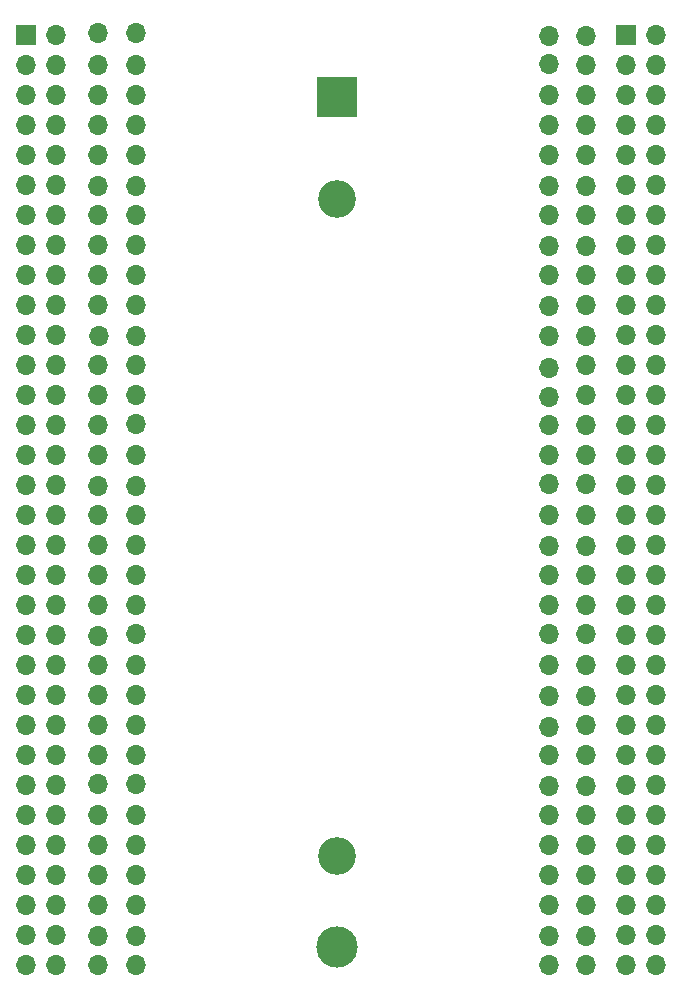
<source format=gbr>
%TF.GenerationSoftware,KiCad,Pcbnew,6.0.5-a6ca702e91~116~ubuntu20.04.1*%
%TF.CreationDate,2022-05-15T13:38:05+02:00*%
%TF.ProjectId,disco-board-pcb,64697363-6f2d-4626-9f61-72642d706362,rev?*%
%TF.SameCoordinates,Original*%
%TF.FileFunction,Soldermask,Top*%
%TF.FilePolarity,Negative*%
%FSLAX46Y46*%
G04 Gerber Fmt 4.6, Leading zero omitted, Abs format (unit mm)*
G04 Created by KiCad (PCBNEW 6.0.5-a6ca702e91~116~ubuntu20.04.1) date 2022-05-15 13:38:05*
%MOMM*%
%LPD*%
G01*
G04 APERTURE LIST*
%ADD10O,1.700000X1.700000*%
%ADD11C,3.200000*%
%ADD12R,3.500000X3.500000*%
%ADD13C,3.500000*%
%ADD14R,1.700000X1.700000*%
G04 APERTURE END LIST*
D10*
%TO.C,TP41*%
X113400000Y-83400000D03*
%TD*%
%TO.C,TP108*%
X151500000Y-111300000D03*
%TD*%
%TO.C,TP24*%
X110200000Y-119000000D03*
%TD*%
%TO.C,TP25*%
X110200000Y-121500000D03*
%TD*%
%TO.C,TP7*%
X110200000Y-75800000D03*
%TD*%
%TO.C,TP88*%
X148400000Y-134200000D03*
%TD*%
%TO.C,TP45*%
X113400000Y-98700000D03*
%TD*%
%TO.C,TP123*%
X148400000Y-73300000D03*
%TD*%
%TO.C,TP43*%
X113400000Y-91000000D03*
%TD*%
%TO.C,TP2*%
X110200000Y-63100000D03*
%TD*%
%TO.C,TP77*%
X148400000Y-106300000D03*
%TD*%
%TO.C,TP32*%
X113400000Y-60400000D03*
%TD*%
%TO.C,TP48*%
X113400000Y-106300000D03*
%TD*%
%TO.C,TP20*%
X110200000Y-108800000D03*
%TD*%
%TO.C,TP10*%
X110200000Y-83400000D03*
%TD*%
%TO.C,TP22*%
X110200000Y-113900000D03*
%TD*%
%TO.C,TP29*%
X110200000Y-131700000D03*
%TD*%
%TO.C,TP15*%
X110200000Y-96100000D03*
%TD*%
%TO.C,TP74*%
X148400000Y-98600000D03*
%TD*%
%TO.C,TP121*%
X151500000Y-73300000D03*
%TD*%
%TO.C,TP57*%
X113400000Y-129100000D03*
%TD*%
%TO.C,TP14*%
X110200000Y-93600000D03*
%TD*%
%TO.C,TP73*%
X148400000Y-93600000D03*
%TD*%
%TO.C,TP18*%
X110200000Y-103700000D03*
%TD*%
%TO.C,TP3*%
X110200000Y-65600000D03*
%TD*%
%TO.C,TP70*%
X148400000Y-86000000D03*
%TD*%
%TO.C,TP12*%
X110200000Y-88500000D03*
%TD*%
%TO.C,TP114*%
X151500000Y-126600000D03*
%TD*%
%TO.C,TP23*%
X110200000Y-116400000D03*
%TD*%
%TO.C,TP52*%
X113400000Y-116400000D03*
%TD*%
%TO.C,TP35*%
X113400000Y-68200000D03*
%TD*%
%TO.C,TP71*%
X148400000Y-88700000D03*
%TD*%
%TO.C,TP113*%
X151500000Y-124100000D03*
%TD*%
%TO.C,TP85*%
X148400000Y-126600000D03*
%TD*%
%TO.C,TP21*%
X110200000Y-111400000D03*
%TD*%
%TO.C,TP33*%
X113400000Y-63100000D03*
%TD*%
%TO.C,TP53*%
X113400000Y-119000000D03*
%TD*%
%TO.C,TP122*%
X148400000Y-139300000D03*
%TD*%
%TO.C,TP31*%
X110200000Y-136800000D03*
%TD*%
%TO.C,TP109*%
X151500000Y-113900000D03*
%TD*%
%TO.C,TP99*%
X151500000Y-86000000D03*
%TD*%
%TO.C,TP47*%
X113400000Y-103700000D03*
%TD*%
%TO.C,TP98*%
X151500000Y-83400000D03*
%TD*%
%TO.C,TP59*%
X113400000Y-134200000D03*
%TD*%
%TO.C,TP107*%
X151500000Y-108800000D03*
%TD*%
%TO.C,TP72*%
X148400000Y-91200000D03*
%TD*%
%TO.C,TP34*%
X113400000Y-65600000D03*
%TD*%
%TO.C,TP65*%
X148400000Y-70700000D03*
%TD*%
%TO.C,TP8*%
X110200000Y-78300000D03*
%TD*%
%TO.C,TP94*%
X151500000Y-70700000D03*
%TD*%
%TO.C,TP78*%
X148400000Y-108800000D03*
%TD*%
%TO.C,TP80*%
X148400000Y-113900000D03*
%TD*%
%TO.C,TP68*%
X148400000Y-80900000D03*
%TD*%
%TO.C,TP19*%
X110200000Y-106300000D03*
%TD*%
%TO.C,TP75*%
X148400000Y-101200000D03*
%TD*%
%TO.C,TP119*%
X113400000Y-96100000D03*
%TD*%
%TO.C,TP38*%
X113400000Y-75800000D03*
%TD*%
%TO.C,TP105*%
X151500000Y-103800000D03*
%TD*%
%TO.C,TP67*%
X148400000Y-78400000D03*
%TD*%
%TO.C,TP62*%
X148400000Y-63000000D03*
%TD*%
%TO.C,TP66*%
X148400000Y-75800000D03*
%TD*%
%TO.C,TP79*%
X148400000Y-111300000D03*
%TD*%
%TO.C,TP86*%
X148400000Y-129100000D03*
%TD*%
%TO.C,TP125*%
X148400000Y-96100000D03*
%TD*%
%TO.C,TP124*%
X151500000Y-139300000D03*
%TD*%
%TO.C,TP91*%
X151500000Y-63100000D03*
%TD*%
%TO.C,TP56*%
X113400000Y-126600000D03*
%TD*%
%TO.C,TP42*%
X113400000Y-88500000D03*
%TD*%
%TO.C,TP39*%
X113400000Y-78300000D03*
%TD*%
%TO.C,TP84*%
X148400000Y-124100000D03*
%TD*%
%TO.C,TP63*%
X148400000Y-65600000D03*
%TD*%
%TO.C,TP97*%
X151500000Y-80900000D03*
%TD*%
%TO.C,TP81*%
X148400000Y-116500000D03*
%TD*%
%TO.C,TP106*%
X151500000Y-106300000D03*
%TD*%
%TO.C,TP54*%
X113400000Y-121500000D03*
%TD*%
%TO.C,TP4*%
X110200000Y-68200000D03*
%TD*%
%TO.C,TP95*%
X151500000Y-75800000D03*
%TD*%
%TO.C,TP60*%
X113400000Y-136800000D03*
%TD*%
%TO.C,TP64*%
X148400000Y-68200000D03*
%TD*%
%TO.C,TP90*%
X148400000Y-60600000D03*
%TD*%
%TO.C,TP5*%
X110200000Y-70700000D03*
%TD*%
%TO.C,TP50*%
X113400000Y-111300000D03*
%TD*%
%TO.C,TP27*%
X110200000Y-126600000D03*
%TD*%
%TO.C,TP17*%
X110200000Y-101200000D03*
%TD*%
%TO.C,TP83*%
X148400000Y-121500000D03*
%TD*%
%TO.C,TP96*%
X151500000Y-78400000D03*
%TD*%
%TO.C,TP44*%
X113400000Y-93500000D03*
%TD*%
%TO.C,TP40*%
X113400000Y-80900000D03*
%TD*%
%TO.C,TP111*%
X151500000Y-119000000D03*
%TD*%
%TO.C,TP102*%
X151500000Y-93600000D03*
%TD*%
%TO.C,TP87*%
X148400000Y-131700000D03*
%TD*%
%TO.C,TP112*%
X151500000Y-121500000D03*
%TD*%
%TO.C,TP16*%
X110200000Y-98700000D03*
%TD*%
%TO.C,TP11*%
X110300000Y-86000000D03*
%TD*%
%TO.C,TP103*%
X151500000Y-98600000D03*
%TD*%
%TO.C,TP110*%
X151500000Y-116500000D03*
%TD*%
%TO.C,TP100*%
X151500000Y-88500000D03*
%TD*%
%TO.C,TP36*%
X113400000Y-70700000D03*
%TD*%
%TO.C,TP127*%
X110200000Y-139300000D03*
%TD*%
%TO.C,TP30*%
X110200000Y-134200000D03*
%TD*%
%TO.C,TP117*%
X151500000Y-134200000D03*
%TD*%
%TO.C,TP128*%
X151500000Y-96100000D03*
%TD*%
%TO.C,TP93*%
X151500000Y-68200000D03*
%TD*%
%TO.C,TP58*%
X113400000Y-131700000D03*
%TD*%
%TO.C,TP76*%
X148400000Y-103800000D03*
%TD*%
%TO.C,TP120*%
X113400000Y-86000000D03*
%TD*%
%TO.C,TP115*%
X151500000Y-129100000D03*
%TD*%
%TO.C,TP46*%
X113400000Y-101200000D03*
%TD*%
%TO.C,TP26*%
X110200000Y-124000000D03*
%TD*%
%TO.C,TP126*%
X113400000Y-139300000D03*
%TD*%
%TO.C,TP61*%
X151500000Y-60600000D03*
%TD*%
%TO.C,TP89*%
X148400000Y-136800000D03*
%TD*%
%TO.C,TP37*%
X113400000Y-73300000D03*
%TD*%
%TO.C,TP69*%
X148400000Y-83500000D03*
%TD*%
%TO.C,TP49*%
X113400000Y-108800000D03*
%TD*%
%TO.C,TP51*%
X113400000Y-113900000D03*
%TD*%
%TO.C,TP1*%
X110200000Y-60400000D03*
%TD*%
%TO.C,TP101*%
X151500000Y-91000000D03*
%TD*%
%TO.C,TP9*%
X110200000Y-80900000D03*
%TD*%
%TO.C,TP28*%
X110200000Y-129100000D03*
%TD*%
%TO.C,TP116*%
X151500000Y-131700000D03*
%TD*%
%TO.C,TP104*%
X151500000Y-101200000D03*
%TD*%
%TO.C,TP55*%
X113400000Y-124000000D03*
%TD*%
%TO.C,TP92*%
X151500000Y-65600000D03*
%TD*%
D11*
%TO.C,BT1*%
X130400000Y-74445000D03*
X130400000Y-130055000D03*
D12*
X130400000Y-65800000D03*
D13*
X130400000Y-137800000D03*
%TD*%
D10*
%TO.C,TP82*%
X148400000Y-119100000D03*
%TD*%
%TO.C,TP6*%
X110200000Y-73300000D03*
%TD*%
%TO.C,TP118*%
X151500000Y-136800000D03*
%TD*%
%TO.C,TP13*%
X110200000Y-91000000D03*
%TD*%
D14*
%TO.C,J1*%
X104110000Y-60560000D03*
D10*
X106650000Y-60560000D03*
X104110000Y-63100000D03*
X106650000Y-63100000D03*
X104110000Y-65640000D03*
X106650000Y-65640000D03*
X104110000Y-68180000D03*
X106650000Y-68180000D03*
X104110000Y-70720000D03*
X106650000Y-70720000D03*
X104110000Y-73260000D03*
X106650000Y-73260000D03*
X104110000Y-75800000D03*
X106650000Y-75800000D03*
X104110000Y-78340000D03*
X106650000Y-78340000D03*
X104110000Y-80880000D03*
X106650000Y-80880000D03*
X104110000Y-83420000D03*
X106650000Y-83420000D03*
X104110000Y-85960000D03*
X106650000Y-85960000D03*
X104110000Y-88500000D03*
X106650000Y-88500000D03*
X104110000Y-91040000D03*
X106650000Y-91040000D03*
X104110000Y-93580000D03*
X106650000Y-93580000D03*
X104110000Y-96120000D03*
X106650000Y-96120000D03*
X104110000Y-98660000D03*
X106650000Y-98660000D03*
X104110000Y-101200000D03*
X106650000Y-101200000D03*
X104110000Y-103740000D03*
X106650000Y-103740000D03*
X104110000Y-106280000D03*
X106650000Y-106280000D03*
X104110000Y-108820000D03*
X106650000Y-108820000D03*
X104110000Y-111360000D03*
X106650000Y-111360000D03*
X104110000Y-113900000D03*
X106650000Y-113900000D03*
X104110000Y-116440000D03*
X106650000Y-116440000D03*
X104110000Y-118980000D03*
X106650000Y-118980000D03*
X104110000Y-121520000D03*
X106650000Y-121520000D03*
X104110000Y-124060000D03*
X106650000Y-124060000D03*
X104110000Y-126600000D03*
X106650000Y-126600000D03*
X104110000Y-129140000D03*
X106650000Y-129140000D03*
X104110000Y-131680000D03*
X106650000Y-131680000D03*
X104110000Y-134220000D03*
X106650000Y-134220000D03*
X104110000Y-136760000D03*
X106650000Y-136760000D03*
X104110000Y-139300000D03*
X106650000Y-139300000D03*
%TD*%
D14*
%TO.C,J2*%
X154920000Y-60550000D03*
D10*
X157460000Y-60550000D03*
X154920000Y-63090000D03*
X157460000Y-63090000D03*
X154920000Y-65630000D03*
X157460000Y-65630000D03*
X154920000Y-68170000D03*
X157460000Y-68170000D03*
X154920000Y-70710000D03*
X157460000Y-70710000D03*
X154920000Y-73250000D03*
X157460000Y-73250000D03*
X154920000Y-75790000D03*
X157460000Y-75790000D03*
X154920000Y-78330000D03*
X157460000Y-78330000D03*
X154920000Y-80870000D03*
X157460000Y-80870000D03*
X154920000Y-83410000D03*
X157460000Y-83410000D03*
X154920000Y-85950000D03*
X157460000Y-85950000D03*
X154920000Y-88490000D03*
X157460000Y-88490000D03*
X154920000Y-91030000D03*
X157460000Y-91030000D03*
X154920000Y-93570000D03*
X157460000Y-93570000D03*
X154920000Y-96110000D03*
X157460000Y-96110000D03*
X154920000Y-98650000D03*
X157460000Y-98650000D03*
X154920000Y-101190000D03*
X157460000Y-101190000D03*
X154920000Y-103730000D03*
X157460000Y-103730000D03*
X154920000Y-106270000D03*
X157460000Y-106270000D03*
X154920000Y-108810000D03*
X157460000Y-108810000D03*
X154920000Y-111350000D03*
X157460000Y-111350000D03*
X154920000Y-113890000D03*
X157460000Y-113890000D03*
X154920000Y-116430000D03*
X157460000Y-116430000D03*
X154920000Y-118970000D03*
X157460000Y-118970000D03*
X154920000Y-121510000D03*
X157460000Y-121510000D03*
X154920000Y-124050000D03*
X157460000Y-124050000D03*
X154920000Y-126590000D03*
X157460000Y-126590000D03*
X154920000Y-129130000D03*
X157460000Y-129130000D03*
X154920000Y-131670000D03*
X157460000Y-131670000D03*
X154920000Y-134210000D03*
X157460000Y-134210000D03*
X154920000Y-136750000D03*
X157460000Y-136750000D03*
X154920000Y-139290000D03*
X157460000Y-139290000D03*
%TD*%
M02*

</source>
